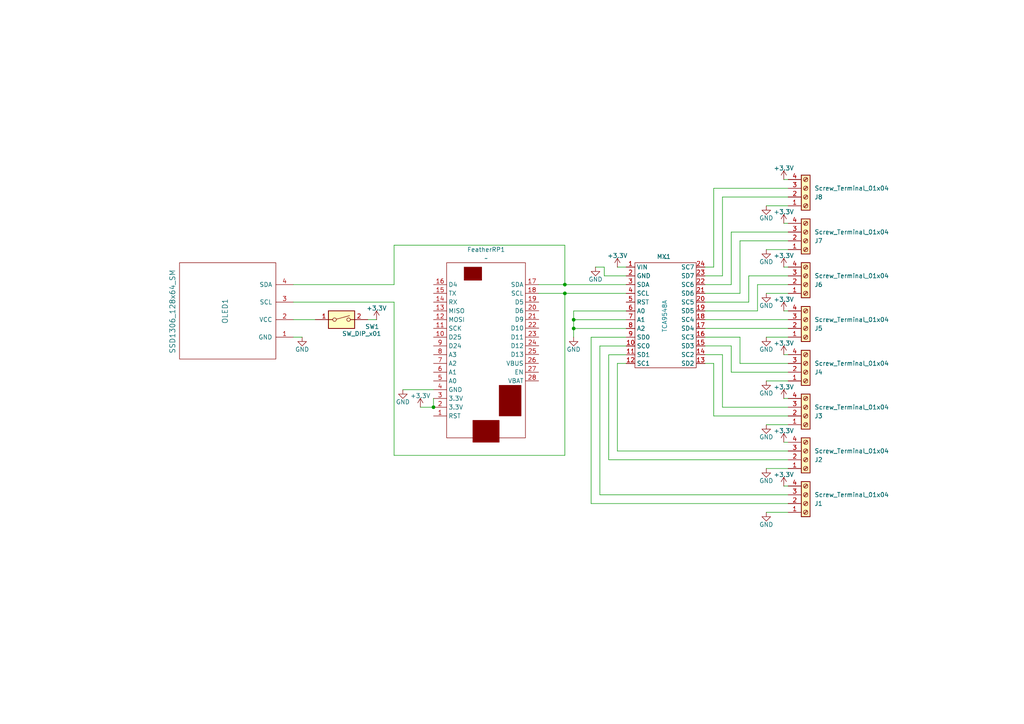
<source format=kicad_sch>
(kicad_sch (version 20231120) (generator "eeschema") (generator_version "8.0")
  (paper "A4")
  (lib_symbols
    (symbol "Connector:Screw_Terminal_01x04" (pin_names (offset 1.016) hide)
      (property "Reference" "J" (at 0 5.08 0))
      (property "Value" "Screw_Terminal_01x04" (at 0 -7.62 0))
      (symbol "Screw_Terminal_01x04_1_1"
        (rectangle (start -1.27 3.81) (end 1.27 -6.35) (stroke (width 0.254)) (fill (type background)))
        (circle (center 0 -5.08) (radius 0.635) (stroke (width 0.1524)))
        (circle (center 0 -2.54) (radius 0.635) (stroke (width 0.1524)))
        (polyline (pts (xy -0.5334 -4.7498) (xy 0.3302 -5.588)) (stroke (width 0.1524)))
        (polyline (pts (xy -0.5334 -2.2098) (xy 0.3302 -3.048)) (stroke (width 0.1524)))
        (polyline (pts (xy -0.5334 0.3302) (xy 0.3302 -0.508)) (stroke (width 0.1524)))
        (polyline (pts (xy -0.5334 2.8702) (xy 0.3302 2.032)) (stroke (width 0.1524)))
        (polyline (pts (xy -0.3556 -4.572) (xy 0.508 -5.4102)) (stroke (width 0.1524)))
        (polyline (pts (xy -0.3556 -2.032) (xy 0.508 -2.8702)) (stroke (width 0.1524)))
        (polyline (pts (xy -0.3556 0.508) (xy 0.508 -0.3302)) (stroke (width 0.1524)))
        (polyline (pts (xy -0.3556 3.048) (xy 0.508 2.2098)) (stroke (width 0.1524)))
        (circle (center 0 0) (radius 0.635) (stroke (width 0.1524)))
        (circle (center 0 2.54) (radius 0.635) (stroke (width 0.1524)))
        (pin passive line (at -5.08 2.54 0) (length 3.81) (name "Pin_1") (number "1"))
        (pin passive line (at -5.08 0 0) (length 3.81) (name "Pin_2") (number "2"))
        (pin passive line (at -5.08 -2.54 0) (length 3.81) (name "Pin_3") (number "3"))
        (pin passive line (at -5.08 -5.08 0) (length 3.81) (name "Pin_4") (number "4"))
      )
    )
    (symbol "Custom:Feather_RP2040"
      (property "Reference" "FeatherRP2024" (at 11.43 24.892 90))
      (symbol "Feather_RP2040_0_1"
        (rectangle (start 0 0) (end 22.86 50.8))
      )
      (symbol "Feather_RP2040_1_1"
        (rectangle (start 1.27 15.24) (end 7.62 6.35) (fill (type outline)))
        (rectangle (start 7.62 5.08) (end 15.24 -1.27) (fill (type outline)))
        (rectangle (start 12.7 49.53) (end 17.78 45.72) (fill (type outline)))
        (pin input line (at 26.67 6.35 180) (length 3.81) (name "RST") (number "1"))
        (pin input line (at 26.67 29.21 180) (length 3.81) (name "D25") (number "10"))
        (pin input line (at 26.67 31.75 180) (length 3.81) (name "SCK") (number "11"))
        (pin input line (at 26.67 34.29 180) (length 3.81) (name "MOSI") (number "12"))
        (pin input line (at 26.67 36.83 180) (length 3.81) (name "MISO") (number "13"))
        (pin input line (at 26.67 39.37 180) (length 3.81) (name "RX") (number "14"))
        (pin input line (at 26.67 41.91 180) (length 3.81) (name "TX") (number "15"))
        (pin input line (at 26.67 44.45 180) (length 3.81) (name "D4") (number "16"))
        (pin input line (at -3.81 44.45 0) (length 3.81) (name "SDA") (number "17"))
        (pin input line (at -3.81 41.91 0) (length 3.81) (name "SCL") (number "18"))
        (pin input line (at -3.8804 39.3767 0) (length 3.81) (name "D5") (number "19"))
        (pin input line (at 26.67 8.89 180) (length 3.81) (name "3.3V") (number "2"))
        (pin input line (at -3.8804 36.8597 0) (length 3.81) (name "D6") (number "20"))
        (pin input line (at -3.8804 34.3428 0) (length 3.81) (name "D9") (number "21"))
        (pin input line (at -3.8804 31.8259 0) (length 3.81) (name "D10") (number "22"))
        (pin input line (at -3.8804 29.2221 0) (length 3.81) (name "D11") (number "23"))
        (pin input line (at -3.8804 26.7052 0) (length 3.81) (name "D12") (number "24"))
        (pin input line (at -3.8804 24.1882 0) (length 3.81) (name "D13") (number "25"))
        (pin input line (at -3.81 21.59 0) (length 3.81) (name "VBUS") (number "26"))
        (pin input line (at -3.81 19.05 0) (length 3.81) (name "EN") (number "27"))
        (pin input line (at -3.8309 16.5296 0) (length 3.81) (name "VBAT") (number "28"))
        (pin input line (at 26.67 11.43 180) (length 3.81) (name "3.3V") (number "3"))
        (pin input line (at 26.67 13.97 180) (length 3.81) (name "GND") (number "4"))
        (pin input line (at 26.67 16.51 180) (length 3.81) (name "A0") (number "5"))
        (pin input line (at 26.67 19.05 180) (length 3.81) (name "A1") (number "6"))
        (pin input line (at 26.67 21.59 180) (length 3.81) (name "A2") (number "7"))
        (pin input line (at 26.67 24.13 180) (length 3.81) (name "A3") (number "8"))
        (pin input line (at 26.67 26.67 180) (length 3.81) (name "D24") (number "9"))
      )
    )
    (symbol "Custom:SSD1306_128x64_SM" (pin_names (offset 1.016))
      (property "Reference" "OLED" (at 13.97 -2.54 0))
      (property "Value" "SSD1306_128x64_SM" (at 13.97 13.97 0))
      (symbol "SSD1306_128x64_SM_0_1"
        (rectangle (start 0 0) (end 27.94 27.94))
      )
      (symbol "SSD1306_128x64_SM_1_1"
        (pin input line (at 6.35 33.02 270) (length 5.08) (name "GND") (number "1"))
        (pin input line (at 11.43 33.02 270) (length 5.08) (name "VCC") (number "2"))
        (pin input line (at 16.51 33.02 270) (length 5.08) (name "SCL") (number "3"))
        (pin input line (at 21.59 33.02 270) (length 5.08) (name "SDA") (number "4"))
      )
    )
    (symbol "Custom:TCA9548A_1-to-8_I2C"
      (property "Reference" "MX" (at 8.636 -1.27 0))
      (symbol "TCA9548A_1-to-8_I2C_0_1"
        (rectangle (start 0 30.48) (end 17.78 0))
      )
      (symbol "TCA9548A_1-to-8_I2C_1_1"
        (text "TCA9548A" (at 8.636 14.986 900) (effects (font (size 1.27 1.27))))
        (pin power_in line (at -2.54 29.21 0) (length 2.54) (name "VIN") (number "1"))
        (pin bidirectional line (at -2.5161 6.3266 0) (length 2.54) (name "SC0") (number "10"))
        (pin bidirectional line (at -2.5161 3.7866 0) (length 2.54) (name "SD1") (number "11"))
        (pin bidirectional line (at -2.54 1.27 0) (length 2.54) (name "SC1") (number "12"))
        (pin bidirectional line (at 20.32 1.27 180) (length 2.54) (name "SD2") (number "13"))
        (pin bidirectional line (at 20.32 3.81 180) (length 2.54) (name "SC2") (number "14"))
        (pin bidirectional line (at 20.32 6.35 180) (length 2.54) (name "SD3") (number "15"))
        (pin bidirectional line (at 20.32 8.89 180) (length 2.54) (name "SC3") (number "16"))
        (pin bidirectional line (at 20.32 11.43 180) (length 2.54) (name "SD4") (number "17"))
        (pin bidirectional line (at 20.32 13.97 180) (length 2.54) (name "SC4") (number "18"))
        (pin bidirectional line (at 20.32 16.51 180) (length 2.54) (name "SD5") (number "19"))
        (pin power_in line (at -2.54 26.67 0) (length 2.54) (name "GND") (number "2"))
        (pin bidirectional line (at 20.32 19.05 180) (length 2.54) (name "SC5") (number "20"))
        (pin bidirectional line (at 20.32 21.59 180) (length 2.54) (name "SD6") (number "21"))
        (pin bidirectional line (at 20.32 24.13 180) (length 2.54) (name "SC6") (number "22"))
        (pin bidirectional line (at 20.32 26.67 180) (length 2.54) (name "SD7") (number "23"))
        (pin bidirectional line (at 20.32 29.21 180) (length 2.54) (name "SC7") (number "24"))
        (pin bidirectional line (at -2.54 24.13 0) (length 2.54) (name "SDA") (number "3"))
        (pin bidirectional line (at -2.54 21.59 0) (length 2.54) (name "SCL") (number "4"))
        (pin input line (at -2.54 19.05 0) (length 2.54) (name "RST") (number "5"))
        (pin input line (at -2.5161 16.4866 0) (length 2.54) (name "A0") (number "6"))
        (pin input line (at -2.5161 13.9466 0) (length 2.54) (name "A1") (number "7"))
        (pin input line (at -2.5161 11.4066 0) (length 2.54) (name "A2") (number "8"))
        (pin bidirectional line (at -2.5161 8.8666 0) (length 2.54) (name "SD0") (number "9"))
      )
    )
    (symbol "Switch:SW_DIP_x01" (pin_names (offset 0) hide)
      (property "Reference" "SW" (at 0 3.81 0))
      (property "Value" "SW_DIP_x01" (at 0 -3.81 0))
      (symbol "SW_DIP_x01_0_0"
        (circle (center -2.032 0) (radius 0.508))
        (polyline (pts (xy -1.524 0.127) (xy 2.3622 1.1684)))
        (circle (center 2.032 0) (radius 0.508))
      )
      (symbol "SW_DIP_x01_0_1"
        (rectangle (start -3.81 2.54) (end 3.81 -2.54) (stroke (width 0.254)) (fill (type background)))
      )
      (symbol "SW_DIP_x01_1_1"
        (pin passive line (at -7.62 0 0) (length 5.08) (name "~") (number "1"))
        (pin passive line (at 7.62 0 180) (length 5.08) (name "~") (number "2"))
      )
    )
    (symbol "power:+3.3V" (power) (pin_numbers hide) (pin_names (offset 0) hide)
      (property "Value" "+3.3V" (at 0 3.556 0))
      (symbol "+3.3V_0_1"
        (polyline (pts (xy -0.762 1.27) (xy 0 2.54)))
        (polyline (pts (xy 0 0) (xy 0 2.54)))
        (polyline (pts (xy 0 2.54) (xy 0.762 1.27)))
      )
      (symbol "+3.3V_1_1"
        (pin power_in line (at 0 0 90) (length 0) (name "~") (number "1"))
      )
    )
    (symbol "power:GND" (power) (pin_numbers hide) (pin_names (offset 0) hide)
      (property "Value" "GND" (at 0 -3.81 0))
      (symbol "GND_0_1"
        (polyline (pts (xy 0 0) (xy 0 -1.27) (xy 1.27 -1.27) (xy 0 -2.54) (xy -1.27 -1.27) (xy 0 -1.27)))
      )
      (symbol "GND_1_1"
        (pin power_in line (at 0 0 270) (length 0) (name "~") (number "1"))
      )
    )
  )
  (junction (at 166.3842 95.2734))
  (junction (at 125.73 118.11))
  (junction (at 163.83 82.55))
  (junction (at 163.83 85.09))
  (junction (at 166.3842 92.7334))
  (wire (pts (xy 207.01 77.47) (xy 207.01 54.61)))
  (wire (pts (xy 212.09 82.55) (xy 212.09 67.31)))
  (wire (pts (xy 176.5539 102.8934) (xy 181.6339 102.8934)))
  (wire (pts (xy 156.21 85.09) (xy 163.83 85.09)))
  (wire (pts (xy 181.61 105.41) (xy 179.07 105.41)))
  (wire (pts (xy 179.07 77.47) (xy 181.61 77.47)))
  (wire (pts (xy 227.33 102.87) (xy 228.6 102.87)))
  (wire (pts (xy 217.17 80.01) (xy 228.6 80.01)))
  (wire (pts (xy 181.6339 90.1934) (xy 166.3842 90.1934)))
  (wire (pts (xy 219.71 82.55) (xy 228.6 82.55)))
  (wire (pts (xy 163.83 82.55) (xy 181.61 82.55)))
  (wire (pts (xy 222.25 97.79) (xy 228.6 97.79)))
  (wire (pts (xy 166.3842 92.7334) (xy 166.3842 95.2734)))
  (wire (pts (xy 227.33 128.27) (xy 228.6 128.27)))
  (wire (pts (xy 212.09 100.33) (xy 212.09 107.95)))
  (wire (pts (xy 227.33 90.17) (xy 228.6 90.17)))
  (wire (pts (xy 214.63 105.41) (xy 228.6 105.41)))
  (wire (pts (xy 121.92 118.11) (xy 125.73 118.11)))
  (wire (pts (xy 222.25 123.19) (xy 228.6 123.19)))
  (wire (pts (xy 166.37 95.2734) (xy 166.37 97.79)))
  (wire (pts (xy 125.73 115.57) (xy 125.73 118.11)))
  (wire (pts (xy 175.26 77.47) (xy 172.72 77.47)))
  (wire (pts (xy 204.47 87.63) (xy 217.17 87.63)))
  (wire (pts (xy 209.55 80.01) (xy 209.55 57.15)))
  (wire (pts (xy 214.63 97.79) (xy 214.63 105.41)))
  (wire (pts (xy 173.99 143.51) (xy 228.6 143.51)))
  (wire (pts (xy 181.6339 97.8134) (xy 171.45 97.8134)))
  (wire (pts (xy 222.25 148.59) (xy 228.6 148.59)))
  (wire (pts (xy 207.01 105.41) (xy 207.01 120.65)))
  (wire (pts (xy 163.83 85.09) (xy 181.61 85.09)))
  (wire (pts (xy 204.47 105.41) (xy 207.01 105.41)))
  (wire (pts (xy 204.47 102.87) (xy 209.55 102.87)))
  (wire (pts (xy 204.47 90.17) (xy 219.71 90.17)))
  (wire (pts (xy 175.26 80.01) (xy 175.26 77.47)))
  (wire (pts (xy 179.07 105.41) (xy 179.07 130.81)))
  (wire (pts (xy 207.01 120.65) (xy 228.6 120.65)))
  (wire (pts (xy 219.71 90.17) (xy 219.71 82.55)))
  (wire (pts (xy 181.6339 95.2734) (xy 166.3842 95.2734)))
  (wire (pts (xy 85.09 97.79) (xy 87.63 97.79)))
  (wire (pts (xy 176.5539 133.35) (xy 176.5539 102.8934)))
  (wire (pts (xy 85.09 92.71) (xy 91.44 92.71)))
  (wire (pts (xy 114.3 87.63) (xy 114.3 132.08)))
  (wire (pts (xy 163.83 82.55) (xy 163.83 71.12)))
  (wire (pts (xy 204.47 85.09) (xy 214.63 85.09)))
  (wire (pts (xy 163.83 71.12) (xy 114.3 71.12)))
  (wire (pts (xy 116.84 113.03) (xy 125.73 113.03)))
  (wire (pts (xy 204.47 95.25) (xy 228.6 95.25)))
  (wire (pts (xy 85.09 82.55) (xy 114.3 82.55)))
  (wire (pts (xy 227.33 52.07) (xy 228.6 52.07)))
  (wire (pts (xy 227.33 77.47) (xy 228.6 77.47)))
  (wire (pts (xy 204.47 100.33) (xy 212.09 100.33)))
  (wire (pts (xy 106.68 92.71) (xy 109.22 92.71)))
  (wire (pts (xy 214.63 69.85) (xy 228.6 69.85)))
  (wire (pts (xy 228.6 133.35) (xy 176.5539 133.35)))
  (wire (pts (xy 227.33 64.77) (xy 228.6 64.77)))
  (wire (pts (xy 114.3 71.12) (xy 114.3 82.55)))
  (wire (pts (xy 214.63 85.09) (xy 214.63 69.85)))
  (wire (pts (xy 156.21 82.55) (xy 163.83 82.55)))
  (wire (pts (xy 209.55 102.87) (xy 209.55 118.11)))
  (wire (pts (xy 179.07 130.81) (xy 228.6 130.81)))
  (wire (pts (xy 222.25 110.49) (xy 228.6 110.49)))
  (wire (pts (xy 204.47 77.47) (xy 207.01 77.47)))
  (wire (pts (xy 217.17 87.63) (xy 217.17 80.01)))
  (wire (pts (xy 204.47 82.55) (xy 212.09 82.55)))
  (wire (pts (xy 212.09 67.31) (xy 228.6 67.31)))
  (wire (pts (xy 204.47 80.01) (xy 209.55 80.01)))
  (wire (pts (xy 222.25 135.89) (xy 228.6 135.89)))
  (wire (pts (xy 166.3842 90.1934) (xy 166.3842 92.7334)))
  (wire (pts (xy 209.55 118.11) (xy 228.6 118.11)))
  (wire (pts (xy 207.01 54.61) (xy 228.6 54.61)))
  (wire (pts (xy 171.45 146.05) (xy 228.6 146.05)))
  (wire (pts (xy 227.33 140.97) (xy 228.6 140.97)))
  (wire (pts (xy 222.25 85.09) (xy 228.6 85.09)))
  (wire (pts (xy 181.61 80.01) (xy 175.26 80.01)))
  (wire (pts (xy 181.6339 92.7334) (xy 166.3842 92.7334)))
  (wire (pts (xy 204.47 97.79) (xy 214.63 97.79)))
  (wire (pts (xy 171.45 97.8134) (xy 171.45 146.05)))
  (wire (pts (xy 166.3842 95.2734) (xy 166.37 95.2734)))
  (wire (pts (xy 222.25 72.39) (xy 228.6 72.39)))
  (wire (pts (xy 181.6339 100.3534) (xy 173.99 100.3534)))
  (wire (pts (xy 209.55 57.15) (xy 228.6 57.15)))
  (wire (pts (xy 114.3 132.08) (xy 163.83 132.08)))
  (wire (pts (xy 227.33 115.57) (xy 228.6 115.57)))
  (wire (pts (xy 163.83 85.09) (xy 163.83 132.08)))
  (wire (pts (xy 173.99 100.3534) (xy 173.99 143.51)))
  (wire (pts (xy 212.09 107.95) (xy 228.6 107.95)))
  (wire (pts (xy 85.09 87.63) (xy 114.3 87.63)))
  (wire (pts (xy 222.25 59.69) (xy 228.6 59.69)))
  (wire (pts (xy 204.47 92.71) (xy 228.6 92.71)))
  (symbol (lib_id "power:+3.3V") (at 179.07 77.47 0) (unit 1)
    (property "Reference" "#PWR023" (effects (hide yes)))
    (property "Value" "+3.3V" (at 179.07 74.168 0))
    (property "Description" "Power symbol creates a global label with name \"+3.3V\"" (effects (hide yes)))
  )
  (symbol (lib_id "power:+3.3V") (at 227.33 52.07 0) (unit 1)
    (property "Reference" "#PWR016" (effects (hide yes)))
    (property "Value" "+3.3V" (at 227.33 48.768 0))
    (property "Description" "Power symbol creates a global label with name \"+3.3V\"" (effects (hide yes)))
  )
  (symbol (lib_id "power:GND") (at 222.25 97.79 0) (unit 1)
    (property "Reference" "#PWR03" (effects (hide yes)))
    (property "Value" "GND" (at 222.25 101.346 0))
    (property "Description" "Power symbol creates a global label with name \"GND\" , ground" (effects (hide yes)))
  )
  (symbol (lib_id "power:GND") (at 222.25 110.49 0) (unit 1)
    (property "Reference" "#PWR04" (effects (hide yes)))
    (property "Value" "GND" (at 222.25 114.046 0))
    (property "Description" "Power symbol creates a global label with name \"GND\" , ground" (effects (hide yes)))
  )
  (symbol (lib_id "power:GND") (at 116.84 113.03 0) (unit 1)
    (property "Reference" "#PWR021" (effects (hide yes)))
    (property "Value" "GND" (at 116.84 116.586 0))
    (property "Description" "Power symbol creates a global label with name \"GND\" , ground" (effects (hide yes)))
  )
  (symbol (lib_id "Connector:Screw_Terminal_01x04") (at 233.68 120.65 0) (mirror x) (unit 1)
    (property "Reference" "J3" (at 236.22 120.6501 0) (effects (justify left)))
    (property "Value" "Screw_Terminal_01x04" (at 236.22 118.1101 0) (effects (justify left)))
    (property "Footprint" "Connector_PinHeader_2.54mm:PinHeader_1x04_P2.54mm_Vertical" (effects (hide yes)))
    (property "Description" "Generic screw terminal, single row, 01x04, script generated (kicad-library-utils/schlib/autogen/connector/)" (effects (hide yes)))
  )
  (symbol (lib_id "Connector:Screw_Terminal_01x04") (at 233.68 57.15 0) (mirror x) (unit 1)
    (property "Reference" "J8" (at 236.22 57.1501 0) (effects (justify left)))
    (property "Value" "Screw_Terminal_01x04" (at 236.22 54.6101 0) (effects (justify left)))
    (property "Footprint" "Connector_PinHeader_2.54mm:PinHeader_1x04_P2.54mm_Vertical" (effects (hide yes)))
    (property "Description" "Generic screw terminal, single row, 01x04, script generated (kicad-library-utils/schlib/autogen/connector/)" (effects (hide yes)))
  )
  (symbol (lib_id "Connector:Screw_Terminal_01x04") (at 233.68 133.35 0) (mirror x) (unit 1)
    (property "Reference" "J2" (at 236.22 133.3501 0) (effects (justify left)))
    (property "Value" "Screw_Terminal_01x04" (at 236.22 130.8101 0) (effects (justify left)))
    (property "Footprint" "Connector_PinHeader_2.54mm:PinHeader_1x04_P2.54mm_Vertical" (effects (hide yes)))
    (property "Description" "Generic screw terminal, single row, 01x04, script generated (kicad-library-utils/schlib/autogen/connector/)" (effects (hide yes)))
  )
  (symbol (lib_id "power:+3.3V") (at 121.92 118.11 0) (unit 1)
    (property "Reference" "#PWR020" (effects (hide yes)))
    (property "Value" "+3.3V" (at 121.92 114.808 0))
    (property "Description" "Power symbol creates a global label with name \"+3.3V\"" (effects (hide yes)))
  )
  (symbol (lib_id "power:+3.3V") (at 109.22 92.71 0) (unit 1)
    (property "Reference" "#PWR012" (effects (hide yes)))
    (property "Value" "+3.3V" (at 109.22 89.408 0))
    (property "Description" "Power symbol creates a global label with name \"+3.3V\"" (effects (hide yes)))
  )
  (symbol (lib_id "power:GND") (at 87.63 97.79 0) (unit 1)
    (property "Reference" "#PWR011" (effects (hide yes)))
    (property "Value" "GND" (at 87.63 101.346 0))
    (property "Description" "Power symbol creates a global label with name \"GND\" , ground" (effects (hide yes)))
  )
  (symbol (lib_id "Connector:Screw_Terminal_01x04") (at 233.68 82.55 0) (mirror x) (unit 1)
    (property "Reference" "J6" (at 236.22 82.5501 0) (effects (justify left)))
    (property "Value" "Screw_Terminal_01x04" (at 236.22 80.0101 0) (effects (justify left)))
    (property "Footprint" "Connector_PinHeader_2.54mm:PinHeader_1x04_P2.54mm_Vertical" (effects (hide yes)))
    (property "Description" "Generic screw terminal, single row, 01x04, script generated (kicad-library-utils/schlib/autogen/connector/)" (effects (hide yes)))
  )
  (symbol (lib_id "power:+3.3V") (at 227.33 140.97 0) (unit 1)
    (property "Reference" "#PWR015" (effects (hide yes)))
    (property "Value" "+3.3V" (at 227.33 137.668 0))
    (property "Description" "Power symbol creates a global label with name \"+3.3V\"" (effects (hide yes)))
  )
  (symbol (lib_id "power:+3.3V") (at 227.33 128.27 0) (unit 1)
    (property "Reference" "#PWR014" (effects (hide yes)))
    (property "Value" "+3.3V" (at 227.33 124.968 0))
    (property "Description" "Power symbol creates a global label with name \"+3.3V\"" (effects (hide yes)))
  )
  (symbol (lib_id "power:GND") (at 222.25 123.19 0) (unit 1)
    (property "Reference" "#PWR05" (effects (hide yes)))
    (property "Value" "GND" (at 222.25 126.746 0))
    (property "Description" "Power symbol creates a global label with name \"GND\" , ground" (effects (hide yes)))
  )
  (symbol (lib_id "Connector:Screw_Terminal_01x04") (at 233.68 146.05 0) (mirror x) (unit 1)
    (property "Reference" "J1" (at 236.22 146.0501 0) (effects (justify left)))
    (property "Value" "Screw_Terminal_01x04" (at 236.22 143.5101 0) (effects (justify left)))
    (property "Footprint" "Connector_PinHeader_2.54mm:PinHeader_1x04_P2.54mm_Vertical" (effects (hide yes)))
    (property "Description" "Generic screw terminal, single row, 01x04, script generated (kicad-library-utils/schlib/autogen/connector/)" (effects (hide yes)))
  )
  (symbol (lib_id "power:+3.3V") (at 227.33 90.17 0) (unit 1)
    (property "Reference" "#PWR06" (effects (hide yes)))
    (property "Value" "+3.3V" (at 227.33 86.868 0))
    (property "Description" "Power symbol creates a global label with name \"+3.3V\"" (effects (hide yes)))
  )
  (symbol (lib_id "power:+3.3V") (at 227.33 77.47 0) (unit 1)
    (property "Reference" "#PWR07" (effects (hide yes)))
    (property "Value" "+3.3V" (at 227.33 74.168 0))
    (property "Description" "Power symbol creates a global label with name \"+3.3V\"" (effects (hide yes)))
  )
  (symbol (lib_id "Connector:Screw_Terminal_01x04") (at 233.68 95.25 0) (mirror x) (unit 1)
    (property "Reference" "J5" (at 236.22 95.2501 0) (effects (justify left)))
    (property "Value" "Screw_Terminal_01x04" (at 236.22 92.7101 0) (effects (justify left)))
    (property "Footprint" "Connector_PinHeader_2.54mm:PinHeader_1x04_P2.54mm_Vertical" (effects (hide yes)))
    (property "Description" "Generic screw terminal, single row, 01x04, script generated (kicad-library-utils/schlib/autogen/connector/)" (effects (hide yes)))
  )
  (symbol (lib_id "Custom:Feather_RP2040") (at 152.4 127 0) (mirror y) (unit 1)
    (property "Reference" "FeatherRP1" (at 141.0052 72.39 0))
    (property "Value" "~" (at 141.0052 74.93 0))
    (property "Footprint" "Custom:Feather RP2040" (effects (hide yes)))
  )
  (symbol (lib_id "power:GND") (at 222.25 59.69 0) (unit 1)
    (property "Reference" "#PWR017" (effects (hide yes)))
    (property "Value" "GND" (at 222.25 63.246 0))
    (property "Description" "Power symbol creates a global label with name \"GND\" , ground" (effects (hide yes)))
  )
  (symbol (lib_id "power:GND") (at 166.37 97.79 0) (unit 1)
    (property "Reference" "#PWR013" (effects (hide yes)))
    (property "Value" "GND" (at 166.37 101.346 0))
    (property "Description" "Power symbol creates a global label with name \"GND\" , ground" (effects (hide yes)))
  )
  (symbol (lib_id "power:GND") (at 172.72 77.47 0) (unit 1)
    (property "Reference" "#PWR022" (effects (hide yes)))
    (property "Value" "GND" (at 172.72 81.026 0))
    (property "Description" "Power symbol creates a global label with name \"GND\" , ground" (effects (hide yes)))
  )
  (symbol (lib_id "power:GND") (at 222.25 72.39 0) (unit 1)
    (property "Reference" "#PWR02" (effects (hide yes)))
    (property "Value" "GND" (at 222.25 75.946 0))
    (property "Description" "Power symbol creates a global label with name \"GND\" , ground" (effects (hide yes)))
  )
  (symbol (lib_id "Custom:SSD1306_128x64_SM") (at 52.07 104.14 270) (mirror x) (unit 1)
    (property "Reference" "OLED1" (at 65.278 93.98 0) (effects (font (size 1.524 1.524)) (justify left)))
    (property "Value" "SSD1306_128x64_SM" (at 50.038 102.616 0) (effects (font (size 1.524 1.524)) (justify left)))
    (property "Footprint" "Custom:SSD1306_128x64" (effects (hide yes)))
  )
  (symbol (lib_id "Custom:TCA9548A_1-to-8_I2C") (at 184.15 106.68 0) (unit 1)
    (property "Reference" "MX1" (at 192.532 74.422 0))
    (property "Value" "~" (at 193.04 74.93 0))
    (property "Footprint" "Custom:TCA9548A" (effects (hide yes)))
  )
  (symbol (lib_id "power:GND") (at 222.25 135.89 0) (unit 1)
    (property "Reference" "#PWR018" (effects (hide yes)))
    (property "Value" "GND" (at 222.25 139.446 0))
    (property "Description" "Power symbol creates a global label with name \"GND\" , ground" (effects (hide yes)))
  )
  (symbol (lib_id "power:GND") (at 222.25 85.09 0) (unit 1)
    (property "Reference" "#PWR01" (effects (hide yes)))
    (property "Value" "GND" (at 222.25 88.646 0))
    (property "Description" "Power symbol creates a global label with name \"GND\" , ground" (effects (hide yes)))
  )
  (symbol (lib_id "Connector:Screw_Terminal_01x04") (at 233.68 107.95 0) (mirror x) (unit 1)
    (property "Reference" "J4" (at 236.22 107.9501 0) (effects (justify left)))
    (property "Value" "Screw_Terminal_01x04" (at 236.22 105.4101 0) (effects (justify left)))
    (property "Footprint" "Connector_PinHeader_2.54mm:PinHeader_1x04_P2.54mm_Vertical" (effects (hide yes)))
    (property "Description" "Generic screw terminal, single row, 01x04, script generated (kicad-library-utils/schlib/autogen/connector/)" (effects (hide yes)))
  )
  (symbol (lib_id "power:+3.3V") (at 227.33 115.57 0) (unit 1)
    (property "Reference" "#PWR010" (effects (hide yes)))
    (property "Value" "+3.3V" (at 227.33 112.268 0))
    (property "Description" "Power symbol creates a global label with name \"+3.3V\"" (effects (hide yes)))
  )
  (symbol (lib_id "power:+3.3V") (at 227.33 64.77 0) (unit 1)
    (property "Reference" "#PWR08" (effects (hide yes)))
    (property "Value" "+3.3V" (at 227.33 61.468 0))
    (property "Description" "Power symbol creates a global label with name \"+3.3V\"" (effects (hide yes)))
  )
  (symbol (lib_id "Connector:Screw_Terminal_01x04") (at 233.68 69.85 0) (mirror x) (unit 1)
    (property "Reference" "J7" (at 236.22 69.8501 0) (effects (justify left)))
    (property "Value" "Screw_Terminal_01x04" (at 236.22 67.3101 0) (effects (justify left)))
    (property "Footprint" "Connector_PinHeader_2.54mm:PinHeader_1x04_P2.54mm_Vertical" (effects (hide yes)))
    (property "Description" "Generic screw terminal, single row, 01x04, script generated (kicad-library-utils/schlib/autogen/connector/)" (effects (hide yes)))
  )
  (symbol (lib_id "Switch:SW_DIP_x01") (at 99.06 92.71 0) (unit 1)
    (property "Reference" "SW1" (at 107.95 94.742 0))
    (property "Value" "SW_DIP_x01" (at 104.902 96.774 0))
    (property "Footprint" "Connector_PinHeader_2.54mm:PinHeader_1x03_P2.54mm_Vertical" (effects (hide yes)))
    (property "Description" "1x DIP Switch, Single Pole Single Throw (SPST) switch, small symbol" (effects (hide yes)))
  )
  (symbol (lib_id "power:GND") (at 222.25 148.59 0) (unit 1)
    (property "Reference" "#PWR019" (effects (hide yes)))
    (property "Value" "GND" (at 222.25 152.146 0))
    (property "Description" "Power symbol creates a global label with name \"GND\" , ground" (effects (hide yes)))
  )
  (symbol (lib_id "power:+3.3V") (at 227.33 102.87 0) (unit 1)
    (property "Reference" "#PWR09" (effects (hide yes)))
    (property "Value" "+3.3V" (at 227.33 99.568 0))
    (property "Description" "Power symbol creates a global label with name \"+3.3V\"" (effects (hide yes)))
  )
)
</source>
